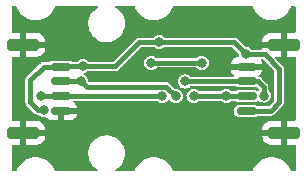
<source format=gbr>
G04 #@! TF.GenerationSoftware,KiCad,Pcbnew,(5.99.0-10394-g2e15de97e0)*
G04 #@! TF.CreationDate,2021-04-26T16:14:31+02:00*
G04 #@! TF.ProjectId,TFI2CEXT01A,54464932-4345-4585-9430-31412e6b6963,REV*
G04 #@! TF.SameCoordinates,PX78dfd90PY8290510*
G04 #@! TF.FileFunction,Copper,L1,Top*
G04 #@! TF.FilePolarity,Positive*
%FSLAX46Y46*%
G04 Gerber Fmt 4.6, Leading zero omitted, Abs format (unit mm)*
G04 Created by KiCad (PCBNEW (5.99.0-10394-g2e15de97e0)) date 2021-04-26 16:14:31*
%MOMM*%
%LPD*%
G01*
G04 APERTURE LIST*
G04 Aperture macros list*
%AMRoundRect*
0 Rectangle with rounded corners*
0 $1 Rounding radius*
0 $2 $3 $4 $5 $6 $7 $8 $9 X,Y pos of 4 corners*
0 Add a 4 corners polygon primitive as box body*
4,1,4,$2,$3,$4,$5,$6,$7,$8,$9,$2,$3,0*
0 Add four circle primitives for the rounded corners*
1,1,$1+$1,$2,$3*
1,1,$1+$1,$4,$5*
1,1,$1+$1,$6,$7*
1,1,$1+$1,$8,$9*
0 Add four rect primitives between the rounded corners*
20,1,$1+$1,$2,$3,$4,$5,0*
20,1,$1+$1,$4,$5,$6,$7,0*
20,1,$1+$1,$6,$7,$8,$9,0*
20,1,$1+$1,$8,$9,$2,$3,0*%
G04 Aperture macros list end*
G04 #@! TA.AperFunction,SMDPad,CuDef*
%ADD10RoundRect,0.150000X-0.700000X0.150000X-0.700000X-0.150000X0.700000X-0.150000X0.700000X0.150000X0*%
G04 #@! TD*
G04 #@! TA.AperFunction,SMDPad,CuDef*
%ADD11RoundRect,0.250000X-1.100000X0.250000X-1.100000X-0.250000X1.100000X-0.250000X1.100000X0.250000X0*%
G04 #@! TD*
G04 #@! TA.AperFunction,SMDPad,CuDef*
%ADD12RoundRect,0.150000X0.700000X-0.150000X0.700000X0.150000X-0.700000X0.150000X-0.700000X-0.150000X0*%
G04 #@! TD*
G04 #@! TA.AperFunction,SMDPad,CuDef*
%ADD13RoundRect,0.250000X1.100000X-0.250000X1.100000X0.250000X-1.100000X0.250000X-1.100000X-0.250000X0*%
G04 #@! TD*
G04 #@! TA.AperFunction,ViaPad*
%ADD14C,0.800000*%
G04 #@! TD*
G04 #@! TA.AperFunction,Conductor*
%ADD15C,0.300000*%
G04 #@! TD*
G04 #@! TA.AperFunction,Conductor*
%ADD16C,0.400000*%
G04 #@! TD*
G04 APERTURE END LIST*
D10*
G04 #@! TO.P,J2,1*
G04 #@! TO.N,+5V*
X-122096000Y146281000D03*
G04 #@! TO.P,J2,2*
G04 #@! TO.N,/SCLin*
X-122096000Y145031000D03*
G04 #@! TO.P,J2,3*
G04 #@! TO.N,/SDAin*
X-122096000Y143781000D03*
G04 #@! TO.P,J2,4*
G04 #@! TO.N,GND*
X-122096000Y142531000D03*
D11*
G04 #@! TO.P,J2,MP*
X-125296000Y140681000D03*
X-125296000Y148131000D03*
G04 #@! TD*
D12*
G04 #@! TO.P,J4,1*
G04 #@! TO.N,+5V*
X-106396000Y142531000D03*
G04 #@! TO.P,J4,2*
G04 #@! TO.N,/SCLout*
X-106396000Y143781000D03*
G04 #@! TO.P,J4,3*
G04 #@! TO.N,/SDAout*
X-106396000Y145031000D03*
G04 #@! TO.P,J4,4*
G04 #@! TO.N,GND*
X-106396000Y146281000D03*
D13*
G04 #@! TO.P,J4,MP*
X-103196000Y140681000D03*
X-103196000Y148131000D03*
G04 #@! TD*
D14*
G04 #@! TO.N,GND*
X-103632000Y138938000D03*
X-123698000Y138938000D03*
X-103632000Y149860000D03*
X-105791000Y139573000D03*
X-123698000Y149860000D03*
X-122301000Y138811000D03*
X-120523000Y141224000D03*
X-109728000Y147536500D03*
X-122047000Y148209000D03*
X-102743000Y143510000D03*
X-107061000Y140970000D03*
X-120523000Y148209000D03*
X-102743000Y146558000D03*
X-106426000Y149479000D03*
X-118519002Y145415000D03*
X-125730000Y138938000D03*
X-122682000Y149733000D03*
X-107061000Y138303000D03*
X-122174000Y140716000D03*
X-125730000Y149860000D03*
X-102743000Y142494000D03*
X-105791000Y140970000D03*
X-102616000Y149860000D03*
X-102616000Y138938000D03*
X-125730000Y144526000D03*
X-105283000Y149860000D03*
X-107061000Y139573000D03*
X-106426000Y150495000D03*
X-107696000Y150495000D03*
X-125489629Y146116907D03*
X-125730000Y142367000D03*
X-102743000Y145542000D03*
X-113538000Y140589000D03*
X-118237000Y142981500D03*
X-102743000Y144526000D03*
G04 #@! TO.N,+3V3*
X-110182500Y146606000D03*
X-114457125Y146600000D03*
G04 #@! TO.N,+5V*
X-120269000Y146304000D03*
X-113792000Y148336000D03*
X-106426000Y147320000D03*
X-123571000Y142621000D03*
G04 #@! TO.N,/SDAin*
X-123825000Y143764000D03*
X-113535443Y143773778D03*
G04 #@! TO.N,/SCLin*
X-120393000Y145031000D03*
X-112395000Y143764000D03*
G04 #@! TO.N,/SCLout*
X-110871000Y143764000D03*
X-108094000Y143781000D03*
G04 #@! TO.N,/SDAout*
X-111606961Y145022566D03*
X-104946500Y143825798D03*
G04 #@! TD*
D15*
G04 #@! TO.N,GND*
X-106396000Y146281000D02*
X-104625000Y146281000D01*
D16*
X-122047000Y148209000D02*
X-120523000Y148209000D01*
X-125489629Y144766371D02*
X-125730000Y144526000D01*
X-125489629Y146116907D02*
X-125489629Y144766371D01*
G04 #@! TO.N,+3V3*
X-110182500Y146606000D02*
X-114446525Y146606000D01*
X-114446525Y146606000D02*
X-114457125Y146595400D01*
G04 #@! TO.N,+5V*
X-107442000Y148336000D02*
X-106426000Y147320000D01*
X-124714000Y143256000D02*
X-124079000Y142621000D01*
X-124714000Y145139000D02*
X-124714000Y143256000D01*
X-104870000Y147320000D02*
X-103632000Y146082000D01*
X-122096000Y146281000D02*
X-123572000Y146281000D01*
X-104357000Y142531000D02*
X-106396000Y142531000D01*
X-115464000Y148336000D02*
X-117496000Y146304000D01*
X-123572000Y146281000D02*
X-124714000Y145139000D01*
X-113792000Y148336000D02*
X-107442000Y148336000D01*
X-103632000Y146082000D02*
X-103632000Y143256000D01*
X-106426000Y147320000D02*
X-104870000Y147320000D01*
X-120269000Y146304000D02*
X-122073000Y146304000D01*
X-103632000Y143256000D02*
X-104357000Y142531000D01*
X-124079000Y142621000D02*
X-123571000Y142621000D01*
X-113792000Y148336000D02*
X-115464000Y148336000D01*
X-122073000Y146304000D02*
X-122096000Y146281000D01*
X-117496000Y146304000D02*
X-120269000Y146304000D01*
G04 #@! TO.N,/SDAin*
X-113535443Y143773778D02*
X-113542665Y143781000D01*
X-122113000Y143764000D02*
X-122096000Y143781000D01*
X-123825000Y143764000D02*
X-122113000Y143764000D01*
X-113542665Y143781000D02*
X-122096000Y143781000D01*
G04 #@! TO.N,/SCLin*
X-122096000Y145031000D02*
X-120393000Y145031000D01*
X-113204289Y144573289D02*
X-112395000Y143764000D01*
X-119935289Y144573289D02*
X-113204289Y144573289D01*
X-120393000Y145031000D02*
X-119935289Y144573289D01*
G04 #@! TO.N,/SCLout*
X-110871000Y143764000D02*
X-110854000Y143781000D01*
X-106396000Y143781000D02*
X-108094000Y143781000D01*
X-110854000Y143781000D02*
X-108094000Y143781000D01*
G04 #@! TO.N,/SDAout*
X-106396000Y145031000D02*
X-111598527Y145031000D01*
X-104946500Y144546500D02*
X-105431000Y145031000D01*
X-104946500Y143825798D02*
X-104946500Y144546500D01*
X-111598527Y145031000D02*
X-111606961Y145022566D01*
X-105431000Y145031000D02*
X-106396000Y145031000D01*
G04 #@! TD*
G04 #@! TA.AperFunction,Conductor*
G04 #@! TO.N,GND*
G36*
X-125877630Y151388687D02*
G01*
X-125855123Y151355787D01*
X-125814756Y151236869D01*
X-125695492Y151007277D01*
X-125693839Y151005015D01*
X-125693837Y151005011D01*
X-125544529Y150800634D01*
X-125542872Y150798366D01*
X-125453406Y150708431D01*
X-125414056Y150668874D01*
X-125360409Y150614945D01*
X-125152300Y150461234D01*
X-124923336Y150340769D01*
X-124920680Y150339852D01*
X-124920678Y150339851D01*
X-124746146Y150279585D01*
X-124678784Y150256325D01*
X-124676023Y150255821D01*
X-124676020Y150255820D01*
X-124571773Y150236781D01*
X-124424273Y150209843D01*
X-124421911Y150209719D01*
X-124421909Y150209719D01*
X-124342366Y150205550D01*
X-124342352Y150205550D01*
X-124341405Y150205500D01*
X-124180271Y150205500D01*
X-124108100Y150210990D01*
X-123990819Y150219911D01*
X-123990813Y150219912D01*
X-123988025Y150220124D01*
X-123735986Y150278543D01*
X-123733374Y150279585D01*
X-123498292Y150373373D01*
X-123498286Y150373376D01*
X-123495684Y150374414D01*
X-123493265Y150375836D01*
X-123493261Y150375838D01*
X-123275073Y150504104D01*
X-123275069Y150504107D01*
X-123272648Y150505530D01*
X-123140304Y150613275D01*
X-123074190Y150667100D01*
X-123072011Y150668874D01*
X-122898391Y150860687D01*
X-122755781Y151076555D01*
X-122647466Y151311510D01*
X-122646691Y151314206D01*
X-122646687Y151314215D01*
X-122635684Y151352460D01*
X-122605895Y151393385D01*
X-122564569Y151406000D01*
X-119030081Y151406000D01*
X-118982515Y151388687D01*
X-118957205Y151344850D01*
X-118965995Y151295000D01*
X-118990648Y151269382D01*
X-119177781Y151151538D01*
X-119180013Y151149570D01*
X-119338589Y151009766D01*
X-119364933Y150986541D01*
X-119366822Y150984241D01*
X-119521411Y150796043D01*
X-119521414Y150796038D01*
X-119523298Y150793745D01*
X-119648800Y150578109D01*
X-119649862Y150575342D01*
X-119649865Y150575336D01*
X-119737149Y150347954D01*
X-119738213Y150345182D01*
X-119751917Y150279585D01*
X-119788627Y150103864D01*
X-119788628Y150103858D01*
X-119789234Y150100956D01*
X-119800552Y149851714D01*
X-119771876Y149603868D01*
X-119703942Y149363796D01*
X-119598499Y149137673D01*
X-119596833Y149135222D01*
X-119596831Y149135218D01*
X-119515781Y149015957D01*
X-119458260Y148931318D01*
X-119403476Y148873385D01*
X-119302975Y148767108D01*
X-119286833Y148750038D01*
X-119088627Y148598499D01*
X-118868743Y148480598D01*
X-118865926Y148479628D01*
X-118635650Y148400337D01*
X-118635643Y148400335D01*
X-118632837Y148399369D01*
X-118386979Y148356902D01*
X-118384662Y148356797D01*
X-118384655Y148356796D01*
X-118366956Y148355993D01*
X-118356105Y148355500D01*
X-118183857Y148355500D01*
X-118182383Y148355619D01*
X-118182373Y148355619D01*
X-118091382Y148362941D01*
X-117997305Y148370510D01*
X-117869216Y148401971D01*
X-117757894Y148429314D01*
X-117757892Y148429315D01*
X-117755008Y148430023D01*
X-117752270Y148431185D01*
X-117528087Y148526345D01*
X-117528085Y148526346D01*
X-117525343Y148527510D01*
X-117314219Y148660462D01*
X-117127067Y148825459D01*
X-117080226Y148882485D01*
X-116970589Y149015957D01*
X-116970586Y149015962D01*
X-116968702Y149018255D01*
X-116843200Y149233891D01*
X-116842138Y149236658D01*
X-116842135Y149236664D01*
X-116754851Y149464046D01*
X-116754851Y149464047D01*
X-116753787Y149466818D01*
X-116724540Y149606816D01*
X-116703373Y149708136D01*
X-116703372Y149708142D01*
X-116702766Y149711044D01*
X-116691448Y149960286D01*
X-116720124Y150208132D01*
X-116788058Y150448204D01*
X-116793523Y150459925D01*
X-116890131Y150667100D01*
X-116893501Y150674327D01*
X-116974657Y150793745D01*
X-116991475Y150818491D01*
X-117033740Y150880682D01*
X-117205167Y151061962D01*
X-117403373Y151213501D01*
X-117502745Y151266784D01*
X-117536484Y151304519D01*
X-117538074Y151355113D01*
X-117506771Y151394892D01*
X-117467776Y151406000D01*
X-115925196Y151406000D01*
X-115877630Y151388687D01*
X-115855123Y151355787D01*
X-115814756Y151236869D01*
X-115695492Y151007277D01*
X-115693839Y151005015D01*
X-115693837Y151005011D01*
X-115544529Y150800634D01*
X-115542872Y150798366D01*
X-115453406Y150708431D01*
X-115414056Y150668874D01*
X-115360409Y150614945D01*
X-115152300Y150461234D01*
X-114923336Y150340769D01*
X-114920680Y150339852D01*
X-114920678Y150339851D01*
X-114746146Y150279585D01*
X-114678784Y150256325D01*
X-114676023Y150255821D01*
X-114676020Y150255820D01*
X-114571773Y150236781D01*
X-114424273Y150209843D01*
X-114421911Y150209719D01*
X-114421909Y150209719D01*
X-114342366Y150205550D01*
X-114342352Y150205550D01*
X-114341405Y150205500D01*
X-114180271Y150205500D01*
X-114108100Y150210990D01*
X-113990819Y150219911D01*
X-113990813Y150219912D01*
X-113988025Y150220124D01*
X-113735986Y150278543D01*
X-113733374Y150279585D01*
X-113498292Y150373373D01*
X-113498286Y150373376D01*
X-113495684Y150374414D01*
X-113493265Y150375836D01*
X-113493261Y150375838D01*
X-113275073Y150504104D01*
X-113275069Y150504107D01*
X-113272648Y150505530D01*
X-113140304Y150613275D01*
X-113074190Y150667100D01*
X-113072011Y150668874D01*
X-112898391Y150860687D01*
X-112755781Y151076555D01*
X-112647466Y151311510D01*
X-112646691Y151314206D01*
X-112646687Y151314215D01*
X-112635684Y151352460D01*
X-112605895Y151393385D01*
X-112564569Y151406000D01*
X-105925196Y151406000D01*
X-105877630Y151388687D01*
X-105855123Y151355787D01*
X-105814756Y151236869D01*
X-105695492Y151007277D01*
X-105693839Y151005015D01*
X-105693837Y151005011D01*
X-105544529Y150800634D01*
X-105542872Y150798366D01*
X-105453406Y150708431D01*
X-105414056Y150668874D01*
X-105360409Y150614945D01*
X-105152300Y150461234D01*
X-104923336Y150340769D01*
X-104920680Y150339852D01*
X-104920678Y150339851D01*
X-104746146Y150279585D01*
X-104678784Y150256325D01*
X-104676023Y150255821D01*
X-104676020Y150255820D01*
X-104571773Y150236781D01*
X-104424273Y150209843D01*
X-104421911Y150209719D01*
X-104421909Y150209719D01*
X-104342366Y150205550D01*
X-104342352Y150205550D01*
X-104341405Y150205500D01*
X-104180271Y150205500D01*
X-104108100Y150210990D01*
X-103990819Y150219911D01*
X-103990813Y150219912D01*
X-103988025Y150220124D01*
X-103735986Y150278543D01*
X-103733374Y150279585D01*
X-103498292Y150373373D01*
X-103498286Y150373376D01*
X-103495684Y150374414D01*
X-103493265Y150375836D01*
X-103493261Y150375838D01*
X-103275073Y150504104D01*
X-103275069Y150504107D01*
X-103272648Y150505530D01*
X-103140304Y150613275D01*
X-103074190Y150667100D01*
X-103072011Y150668874D01*
X-102898391Y150860687D01*
X-102755781Y151076555D01*
X-102647466Y151311510D01*
X-102646691Y151314206D01*
X-102646687Y151314215D01*
X-102635684Y151352460D01*
X-102605895Y151393385D01*
X-102564569Y151406000D01*
X-102320000Y151406000D01*
X-102272434Y151388687D01*
X-102247124Y151344850D01*
X-102246000Y151332000D01*
X-102246000Y149213000D01*
X-102263313Y149165434D01*
X-102307150Y149140124D01*
X-102320000Y149139000D01*
X-102928952Y149139000D01*
X-102938948Y149135362D01*
X-102942000Y149130075D01*
X-102942000Y147136048D01*
X-102938362Y147126052D01*
X-102933075Y147123000D01*
X-102320000Y147123000D01*
X-102272434Y147105687D01*
X-102247124Y147061850D01*
X-102246000Y147049000D01*
X-102246000Y141763000D01*
X-102263313Y141715434D01*
X-102307150Y141690124D01*
X-102320000Y141689000D01*
X-102928952Y141689000D01*
X-102938948Y141685362D01*
X-102942000Y141680075D01*
X-102942000Y139686048D01*
X-102938362Y139676052D01*
X-102933075Y139673000D01*
X-102320000Y139673000D01*
X-102272434Y139655687D01*
X-102247124Y139611850D01*
X-102246000Y139599000D01*
X-102246000Y137480000D01*
X-102263313Y137432434D01*
X-102307150Y137407124D01*
X-102320000Y137406000D01*
X-102566804Y137406000D01*
X-102614370Y137423313D01*
X-102636877Y137456213D01*
X-102651907Y137500490D01*
X-102677244Y137575131D01*
X-102796508Y137804723D01*
X-102811656Y137825459D01*
X-102947471Y138011366D01*
X-102947472Y138011367D01*
X-102949128Y138013634D01*
X-103075193Y138140361D01*
X-103129609Y138195063D01*
X-103129612Y138195065D01*
X-103131591Y138197055D01*
X-103339700Y138350766D01*
X-103568664Y138471231D01*
X-103571320Y138472148D01*
X-103571322Y138472149D01*
X-103810557Y138554757D01*
X-103810559Y138554757D01*
X-103813216Y138555675D01*
X-103815977Y138556179D01*
X-103815980Y138556180D01*
X-103920227Y138575219D01*
X-104067727Y138602157D01*
X-104070089Y138602281D01*
X-104070091Y138602281D01*
X-104149634Y138606450D01*
X-104149648Y138606450D01*
X-104150595Y138606500D01*
X-104311729Y138606500D01*
X-104383223Y138601061D01*
X-104501181Y138592089D01*
X-104501187Y138592088D01*
X-104503975Y138591876D01*
X-104756014Y138533457D01*
X-104758625Y138532415D01*
X-104758626Y138532415D01*
X-104993708Y138438627D01*
X-104993714Y138438624D01*
X-104996316Y138437586D01*
X-104998735Y138436164D01*
X-104998739Y138436162D01*
X-105216927Y138307896D01*
X-105216931Y138307893D01*
X-105219352Y138306470D01*
X-105221531Y138304696D01*
X-105353747Y138197055D01*
X-105419989Y138143126D01*
X-105593609Y137951313D01*
X-105736219Y137735445D01*
X-105844534Y137500490D01*
X-105845309Y137497794D01*
X-105845313Y137497785D01*
X-105856316Y137459540D01*
X-105886105Y137418615D01*
X-105927431Y137406000D01*
X-112566804Y137406000D01*
X-112614370Y137423313D01*
X-112636877Y137456213D01*
X-112651907Y137500490D01*
X-112677244Y137575131D01*
X-112796508Y137804723D01*
X-112811656Y137825459D01*
X-112947471Y138011366D01*
X-112947472Y138011367D01*
X-112949128Y138013634D01*
X-113075193Y138140361D01*
X-113129609Y138195063D01*
X-113129612Y138195065D01*
X-113131591Y138197055D01*
X-113339700Y138350766D01*
X-113568664Y138471231D01*
X-113571320Y138472148D01*
X-113571322Y138472149D01*
X-113810557Y138554757D01*
X-113810559Y138554757D01*
X-113813216Y138555675D01*
X-113815977Y138556179D01*
X-113815980Y138556180D01*
X-113920227Y138575219D01*
X-114067727Y138602157D01*
X-114070089Y138602281D01*
X-114070091Y138602281D01*
X-114149634Y138606450D01*
X-114149648Y138606450D01*
X-114150595Y138606500D01*
X-114311729Y138606500D01*
X-114383223Y138601061D01*
X-114501181Y138592089D01*
X-114501187Y138592088D01*
X-114503975Y138591876D01*
X-114756014Y138533457D01*
X-114758625Y138532415D01*
X-114758626Y138532415D01*
X-114993708Y138438627D01*
X-114993714Y138438624D01*
X-114996316Y138437586D01*
X-114998735Y138436164D01*
X-114998739Y138436162D01*
X-115216927Y138307896D01*
X-115216931Y138307893D01*
X-115219352Y138306470D01*
X-115221531Y138304696D01*
X-115353747Y138197055D01*
X-115419989Y138143126D01*
X-115593609Y137951313D01*
X-115736219Y137735445D01*
X-115844534Y137500490D01*
X-115845309Y137497794D01*
X-115845313Y137497785D01*
X-115856316Y137459540D01*
X-115886105Y137418615D01*
X-115927431Y137406000D01*
X-117461919Y137406000D01*
X-117509485Y137423313D01*
X-117534795Y137467150D01*
X-117526005Y137517000D01*
X-117501352Y137542618D01*
X-117412614Y137598499D01*
X-117314219Y137660462D01*
X-117210164Y137752199D01*
X-117129299Y137823491D01*
X-117129298Y137823493D01*
X-117127067Y137825459D01*
X-117021976Y137953398D01*
X-116970589Y138015957D01*
X-116970586Y138015962D01*
X-116968702Y138018255D01*
X-116843200Y138233891D01*
X-116842138Y138236658D01*
X-116842135Y138236664D01*
X-116754851Y138464046D01*
X-116754851Y138464047D01*
X-116753787Y138466818D01*
X-116734734Y138558018D01*
X-116703373Y138708136D01*
X-116703372Y138708142D01*
X-116702766Y138711044D01*
X-116691448Y138960286D01*
X-116720124Y139208132D01*
X-116788058Y139448204D01*
X-116893501Y139674327D01*
X-116897166Y139679721D01*
X-117032067Y139878220D01*
X-117033740Y139880682D01*
X-117205167Y140061962D01*
X-117403373Y140213501D01*
X-117623257Y140331402D01*
X-117626074Y140332372D01*
X-117856350Y140411663D01*
X-117856357Y140411665D01*
X-117859163Y140412631D01*
X-117890680Y140418075D01*
X-105054000Y140418075D01*
X-105054000Y140390257D01*
X-105053752Y140385987D01*
X-105039033Y140259744D01*
X-105037067Y140251428D01*
X-104979709Y140093406D01*
X-104975880Y140085761D01*
X-104883705Y139945171D01*
X-104878223Y139938615D01*
X-104756175Y139822998D01*
X-104749341Y139817885D01*
X-104603961Y139733441D01*
X-104596133Y139730037D01*
X-104434754Y139681161D01*
X-104427329Y139679721D01*
X-104353671Y139673147D01*
X-104350369Y139673000D01*
X-103463048Y139673000D01*
X-103453052Y139676638D01*
X-103450000Y139681925D01*
X-103450000Y140413952D01*
X-103453638Y140423948D01*
X-103458925Y140427000D01*
X-105040952Y140427000D01*
X-105050948Y140423362D01*
X-105054000Y140418075D01*
X-117890680Y140418075D01*
X-118105021Y140455098D01*
X-118107338Y140455203D01*
X-118107345Y140455204D01*
X-118125044Y140456007D01*
X-118135895Y140456500D01*
X-118308143Y140456500D01*
X-118309617Y140456381D01*
X-118309627Y140456381D01*
X-118400618Y140449059D01*
X-118494695Y140441490D01*
X-118622784Y140410029D01*
X-118734106Y140382686D01*
X-118734108Y140382685D01*
X-118736992Y140381977D01*
X-118739728Y140380816D01*
X-118739730Y140380815D01*
X-118963913Y140285655D01*
X-118963915Y140285654D01*
X-118966657Y140284490D01*
X-119177781Y140151538D01*
X-119364933Y139986541D01*
X-119366822Y139984241D01*
X-119521411Y139796043D01*
X-119521414Y139796038D01*
X-119523298Y139793745D01*
X-119648800Y139578109D01*
X-119649862Y139575342D01*
X-119649865Y139575336D01*
X-119699765Y139445342D01*
X-119738213Y139345182D01*
X-119738820Y139342275D01*
X-119788627Y139103864D01*
X-119788628Y139103858D01*
X-119789234Y139100956D01*
X-119800552Y138851714D01*
X-119771876Y138603868D01*
X-119703942Y138363796D01*
X-119702687Y138361104D01*
X-119702686Y138361102D01*
X-119697866Y138350766D01*
X-119598499Y138137673D01*
X-119596833Y138135222D01*
X-119596831Y138135218D01*
X-119515781Y138015957D01*
X-119458260Y137931318D01*
X-119286833Y137750038D01*
X-119088627Y137598499D01*
X-119049699Y137577626D01*
X-118989255Y137545216D01*
X-118955516Y137507481D01*
X-118953926Y137456887D01*
X-118985229Y137417108D01*
X-119024224Y137406000D01*
X-122566804Y137406000D01*
X-122614370Y137423313D01*
X-122636877Y137456213D01*
X-122651907Y137500490D01*
X-122677244Y137575131D01*
X-122796508Y137804723D01*
X-122811656Y137825459D01*
X-122947471Y138011366D01*
X-122947472Y138011367D01*
X-122949128Y138013634D01*
X-123075193Y138140361D01*
X-123129609Y138195063D01*
X-123129612Y138195065D01*
X-123131591Y138197055D01*
X-123339700Y138350766D01*
X-123568664Y138471231D01*
X-123571320Y138472148D01*
X-123571322Y138472149D01*
X-123810557Y138554757D01*
X-123810559Y138554757D01*
X-123813216Y138555675D01*
X-123815977Y138556179D01*
X-123815980Y138556180D01*
X-123920227Y138575219D01*
X-124067727Y138602157D01*
X-124070089Y138602281D01*
X-124070091Y138602281D01*
X-124149634Y138606450D01*
X-124149648Y138606450D01*
X-124150595Y138606500D01*
X-124311729Y138606500D01*
X-124383223Y138601061D01*
X-124501181Y138592089D01*
X-124501187Y138592088D01*
X-124503975Y138591876D01*
X-124756014Y138533457D01*
X-124758625Y138532415D01*
X-124758626Y138532415D01*
X-124993708Y138438627D01*
X-124993714Y138438624D01*
X-124996316Y138437586D01*
X-124998735Y138436164D01*
X-124998739Y138436162D01*
X-125216927Y138307896D01*
X-125216931Y138307893D01*
X-125219352Y138306470D01*
X-125221531Y138304696D01*
X-125353747Y138197055D01*
X-125419989Y138143126D01*
X-125593609Y137951313D01*
X-125736219Y137735445D01*
X-125844534Y137500490D01*
X-125845309Y137497794D01*
X-125845313Y137497785D01*
X-125856316Y137459540D01*
X-125886105Y137418615D01*
X-125927431Y137406000D01*
X-126172000Y137406000D01*
X-126219566Y137423313D01*
X-126244876Y137467150D01*
X-126246000Y137480000D01*
X-126246000Y139599000D01*
X-126228687Y139646566D01*
X-126184850Y139671876D01*
X-126172000Y139673000D01*
X-125563048Y139673000D01*
X-125553052Y139676638D01*
X-125550000Y139681925D01*
X-125550000Y140418075D01*
X-125042000Y140418075D01*
X-125042000Y139686048D01*
X-125038362Y139676052D01*
X-125033075Y139673000D01*
X-124155257Y139673000D01*
X-124150987Y139673248D01*
X-124024744Y139687967D01*
X-124016428Y139689933D01*
X-123858406Y139747291D01*
X-123850761Y139751120D01*
X-123710171Y139843295D01*
X-123703615Y139848777D01*
X-123587998Y139970825D01*
X-123582885Y139977659D01*
X-123498441Y140123039D01*
X-123495037Y140130867D01*
X-123446161Y140292246D01*
X-123444721Y140299671D01*
X-123438147Y140373329D01*
X-123438000Y140376631D01*
X-123438000Y140413952D01*
X-123441638Y140423948D01*
X-123446925Y140427000D01*
X-125028952Y140427000D01*
X-125038948Y140423362D01*
X-125042000Y140418075D01*
X-125550000Y140418075D01*
X-125550000Y141675952D01*
X-125551501Y141680075D01*
X-125042000Y141680075D01*
X-125042000Y140948048D01*
X-125038362Y140938052D01*
X-125033075Y140935000D01*
X-123451048Y140935000D01*
X-123441052Y140938638D01*
X-123438000Y140943925D01*
X-123438000Y140971743D01*
X-123438248Y140976013D01*
X-123439339Y140985369D01*
X-105054000Y140985369D01*
X-105054000Y140948048D01*
X-105050362Y140938052D01*
X-105045075Y140935000D01*
X-103463048Y140935000D01*
X-103453052Y140938638D01*
X-103450000Y140943925D01*
X-103450000Y141675952D01*
X-103453638Y141685948D01*
X-103458925Y141689000D01*
X-104336743Y141689000D01*
X-104341013Y141688752D01*
X-104467256Y141674033D01*
X-104475572Y141672067D01*
X-104633594Y141614709D01*
X-104641239Y141610880D01*
X-104781829Y141518705D01*
X-104788385Y141513223D01*
X-104904002Y141391175D01*
X-104909115Y141384341D01*
X-104993559Y141238961D01*
X-104996963Y141231133D01*
X-105045839Y141069754D01*
X-105047279Y141062329D01*
X-105053853Y140988671D01*
X-105054000Y140985369D01*
X-123439339Y140985369D01*
X-123452967Y141102256D01*
X-123454933Y141110572D01*
X-123512291Y141268594D01*
X-123516120Y141276239D01*
X-123608295Y141416829D01*
X-123613777Y141423385D01*
X-123735825Y141539002D01*
X-123742659Y141544115D01*
X-123888039Y141628559D01*
X-123895867Y141631963D01*
X-124057246Y141680839D01*
X-124064671Y141682279D01*
X-124138329Y141688853D01*
X-124141631Y141689000D01*
X-125028952Y141689000D01*
X-125038948Y141685362D01*
X-125042000Y141680075D01*
X-125551501Y141680075D01*
X-125553638Y141685948D01*
X-125558925Y141689000D01*
X-126172000Y141689000D01*
X-126219566Y141706313D01*
X-126244876Y141750150D01*
X-126246000Y141763000D01*
X-126246000Y145202434D01*
X-125114507Y145202434D01*
X-125114507Y145075566D01*
X-125114502Y145075551D01*
X-125114500Y145075521D01*
X-125114500Y143319479D01*
X-125114502Y143319449D01*
X-125114507Y143319434D01*
X-125114507Y143192566D01*
X-125112708Y143187030D01*
X-125112708Y143187028D01*
X-125106445Y143167750D01*
X-125103735Y143156463D01*
X-125102749Y143150240D01*
X-125099653Y143130694D01*
X-125097009Y143125505D01*
X-125097007Y143125500D01*
X-125087809Y143107448D01*
X-125083365Y143096721D01*
X-125075303Y143071907D01*
X-125071881Y143067198D01*
X-125071879Y143067193D01*
X-125059968Y143050799D01*
X-125053901Y143040898D01*
X-125044702Y143022844D01*
X-125044698Y143022839D01*
X-125042056Y143017653D01*
X-124952347Y142927944D01*
X-124952332Y142927937D01*
X-124952308Y142927916D01*
X-124407084Y142382692D01*
X-124407063Y142382668D01*
X-124407056Y142382653D01*
X-124317347Y142292944D01*
X-124312161Y142290302D01*
X-124312156Y142290298D01*
X-124294102Y142281099D01*
X-124284201Y142275032D01*
X-124267804Y142263119D01*
X-124267800Y142263117D01*
X-124263093Y142259697D01*
X-124257561Y142257899D01*
X-124257558Y142257898D01*
X-124238279Y142251634D01*
X-124227553Y142247191D01*
X-124209495Y142237990D01*
X-124209490Y142237988D01*
X-124204306Y142235347D01*
X-124198558Y142234436D01*
X-124198556Y142234436D01*
X-124183999Y142232131D01*
X-124178539Y142231266D01*
X-124167255Y142228557D01*
X-124142434Y142220492D01*
X-124056555Y142220492D01*
X-124008989Y142203179D01*
X-124004231Y142198820D01*
X-124002106Y142196695D01*
X-123999153Y142192847D01*
X-123971865Y142171908D01*
X-123877598Y142099574D01*
X-123877594Y142099572D01*
X-123873750Y142096622D01*
X-123727715Y142036132D01*
X-123722913Y142035500D01*
X-123722910Y142035499D01*
X-123575808Y142016133D01*
X-123571000Y142015500D01*
X-123414285Y142036132D01*
X-123414239Y142035781D01*
X-123366679Y142031620D01*
X-123338086Y142008049D01*
X-123282043Y141930913D01*
X-123275718Y141924177D01*
X-123154843Y141824180D01*
X-123147039Y141819228D01*
X-123005092Y141752433D01*
X-122996304Y141749577D01*
X-122860408Y141723653D01*
X-122853499Y141723000D01*
X-122363048Y141723000D01*
X-122353052Y141726638D01*
X-122350000Y141731925D01*
X-122350000Y142268075D01*
X-121842000Y142268075D01*
X-121842000Y141736048D01*
X-121838362Y141726052D01*
X-121833075Y141723000D01*
X-121358739Y141723000D01*
X-121354123Y141723290D01*
X-121235734Y141738246D01*
X-121226790Y141740543D01*
X-121080928Y141798294D01*
X-121072829Y141802747D01*
X-120945913Y141894957D01*
X-120939177Y141901282D01*
X-120839180Y142022157D01*
X-120834228Y142029961D01*
X-120767433Y142171908D01*
X-120764577Y142180696D01*
X-120748651Y142264182D01*
X-120750352Y142274683D01*
X-120753036Y142277000D01*
X-121828952Y142277000D01*
X-121838948Y142273362D01*
X-121842000Y142268075D01*
X-122350000Y142268075D01*
X-122350000Y142711000D01*
X-122332687Y142758566D01*
X-122288850Y142783876D01*
X-122276000Y142785000D01*
X-120759186Y142785000D01*
X-120749190Y142788638D01*
X-120747063Y142792323D01*
X-120753245Y142841260D01*
X-120755544Y142850212D01*
X-120813294Y142996072D01*
X-120817747Y143004171D01*
X-120909957Y143131087D01*
X-120916282Y143137823D01*
X-121037160Y143237822D01*
X-121046927Y143244020D01*
X-121077812Y143284125D01*
X-121075692Y143334699D01*
X-121041560Y143372079D01*
X-121007276Y143380500D01*
X-114026850Y143380500D01*
X-113979284Y143363187D01*
X-113968142Y143351549D01*
X-113966550Y143349474D01*
X-113966547Y143349471D01*
X-113963596Y143345625D01*
X-113947002Y143332892D01*
X-113842041Y143252352D01*
X-113842037Y143252350D01*
X-113838193Y143249400D01*
X-113692158Y143188910D01*
X-113687356Y143188278D01*
X-113687353Y143188277D01*
X-113540251Y143168911D01*
X-113535443Y143168278D01*
X-113530635Y143168911D01*
X-113383533Y143188277D01*
X-113383530Y143188278D01*
X-113378728Y143188910D01*
X-113232693Y143249400D01*
X-113228849Y143252350D01*
X-113228845Y143252352D01*
X-113111141Y143342670D01*
X-113111140Y143342671D01*
X-113107290Y143345625D01*
X-113027680Y143449374D01*
X-112984990Y143476572D01*
X-112934804Y143469965D01*
X-112910266Y143449375D01*
X-112823153Y143335847D01*
X-112819302Y143332892D01*
X-112701598Y143242574D01*
X-112701594Y143242572D01*
X-112697750Y143239622D01*
X-112551715Y143179132D01*
X-112546913Y143178500D01*
X-112546910Y143178499D01*
X-112399808Y143159133D01*
X-112395000Y143158500D01*
X-112390192Y143159133D01*
X-112243090Y143178499D01*
X-112243087Y143178500D01*
X-112238285Y143179132D01*
X-112092250Y143239622D01*
X-112088406Y143242572D01*
X-112088402Y143242574D01*
X-111970698Y143332892D01*
X-111966847Y143335847D01*
X-111962259Y143341826D01*
X-111873574Y143457402D01*
X-111873572Y143457406D01*
X-111870622Y143461250D01*
X-111810132Y143607285D01*
X-111802585Y143664605D01*
X-111790133Y143759192D01*
X-111789500Y143764000D01*
X-111810132Y143920715D01*
X-111870622Y144066750D01*
X-111873572Y144070594D01*
X-111873574Y144070598D01*
X-111963892Y144188302D01*
X-111966847Y144192153D01*
X-111982379Y144204071D01*
X-112088402Y144285426D01*
X-112088406Y144285428D01*
X-112092250Y144288378D01*
X-112238285Y144348868D01*
X-112243087Y144349500D01*
X-112243090Y144349501D01*
X-112390192Y144368867D01*
X-112395000Y144369500D01*
X-112399808Y144368867D01*
X-112402823Y144368867D01*
X-112450389Y144386180D01*
X-112455149Y144390541D01*
X-112876205Y144811597D01*
X-112876226Y144811621D01*
X-112876233Y144811636D01*
X-112965942Y144901345D01*
X-112971128Y144903987D01*
X-112971133Y144903991D01*
X-112989187Y144913190D01*
X-112999088Y144919257D01*
X-113015482Y144931168D01*
X-113015487Y144931170D01*
X-113020196Y144934592D01*
X-113025733Y144936391D01*
X-113025735Y144936392D01*
X-113045009Y144942654D01*
X-113055737Y144947098D01*
X-113073789Y144956296D01*
X-113073792Y144956297D01*
X-113078983Y144958942D01*
X-113098529Y144962038D01*
X-113104752Y144963024D01*
X-113116039Y144965734D01*
X-113135317Y144971997D01*
X-113135319Y144971997D01*
X-113140855Y144973796D01*
X-113267723Y144973796D01*
X-113267738Y144973791D01*
X-113267768Y144973789D01*
X-119715072Y144973789D01*
X-119762638Y144991102D01*
X-119779900Y145022566D01*
X-112212461Y145022566D01*
X-112211828Y145017758D01*
X-112192976Y144874567D01*
X-112191829Y144865851D01*
X-112131339Y144719816D01*
X-112128389Y144715972D01*
X-112128387Y144715968D01*
X-112042926Y144604594D01*
X-112035114Y144594413D01*
X-112031264Y144591459D01*
X-112031263Y144591458D01*
X-111913559Y144501140D01*
X-111913555Y144501138D01*
X-111909711Y144498188D01*
X-111763676Y144437698D01*
X-111758874Y144437066D01*
X-111758871Y144437065D01*
X-111611769Y144417699D01*
X-111606961Y144417066D01*
X-111602153Y144417699D01*
X-111455051Y144437065D01*
X-111455048Y144437066D01*
X-111450246Y144437698D01*
X-111304211Y144498188D01*
X-111300367Y144501138D01*
X-111300363Y144501140D01*
X-111192548Y144583870D01*
X-111178808Y144594413D01*
X-111175857Y144598259D01*
X-111175854Y144598262D01*
X-111173332Y144601549D01*
X-111130640Y144628746D01*
X-111114624Y144630500D01*
X-107370584Y144630500D01*
X-107320353Y144610839D01*
X-107313597Y144604594D01*
X-107299386Y144591458D01*
X-107291178Y144583870D01*
X-107231158Y144557336D01*
X-107189334Y144538846D01*
X-107189332Y144538846D01*
X-107184409Y144536669D01*
X-107135578Y144530500D01*
X-105665961Y144530500D01*
X-105624764Y144537357D01*
X-105586882Y144543662D01*
X-105586879Y144543663D01*
X-105580847Y144544667D01*
X-105575461Y144547573D01*
X-105573315Y144548308D01*
X-105522705Y144547337D01*
X-105497017Y144530624D01*
X-105368674Y144402281D01*
X-105347282Y144356405D01*
X-105347000Y144349955D01*
X-105347000Y144311360D01*
X-105364313Y144263794D01*
X-105368674Y144259034D01*
X-105370802Y144256906D01*
X-105374653Y144253951D01*
X-105377608Y144250100D01*
X-105389223Y144234963D01*
X-105431914Y144207765D01*
X-105482100Y144214372D01*
X-105491143Y144220733D01*
X-105491218Y144220619D01*
X-105496328Y144223975D01*
X-105500822Y144228130D01*
X-105589499Y144267333D01*
X-105602666Y144273154D01*
X-105602668Y144273154D01*
X-105607591Y144275331D01*
X-105656422Y144281500D01*
X-107126039Y144281500D01*
X-107175083Y144273337D01*
X-107205123Y144268337D01*
X-107205125Y144268336D01*
X-107211153Y144267333D01*
X-107313888Y144211900D01*
X-107318041Y144207407D01*
X-107318042Y144207406D01*
X-107320020Y144205267D01*
X-107322342Y144204071D01*
X-107322872Y144203660D01*
X-107322949Y144203759D01*
X-107365022Y144182091D01*
X-107374358Y144181500D01*
X-107608438Y144181500D01*
X-107656004Y144198813D01*
X-107660764Y144203174D01*
X-107662892Y144205302D01*
X-107665847Y144209153D01*
X-107670932Y144213055D01*
X-107787402Y144302426D01*
X-107787406Y144302428D01*
X-107791250Y144305378D01*
X-107937285Y144365868D01*
X-107942087Y144366500D01*
X-107942090Y144366501D01*
X-108089192Y144385867D01*
X-108094000Y144386500D01*
X-108098808Y144385867D01*
X-108245910Y144366501D01*
X-108245913Y144366500D01*
X-108250715Y144365868D01*
X-108396750Y144305378D01*
X-108400594Y144302428D01*
X-108400598Y144302426D01*
X-108517068Y144213055D01*
X-108522153Y144209153D01*
X-108525108Y144205302D01*
X-108527236Y144203174D01*
X-108573112Y144181782D01*
X-108579562Y144181500D01*
X-110403845Y144181500D01*
X-110448893Y144196792D01*
X-110451526Y144198813D01*
X-110568250Y144288378D01*
X-110714285Y144348868D01*
X-110719087Y144349500D01*
X-110719090Y144349501D01*
X-110866192Y144368867D01*
X-110871000Y144369500D01*
X-110875808Y144368867D01*
X-111022910Y144349501D01*
X-111022913Y144349500D01*
X-111027715Y144348868D01*
X-111173750Y144288378D01*
X-111177594Y144285428D01*
X-111177598Y144285426D01*
X-111283621Y144204071D01*
X-111299153Y144192153D01*
X-111302108Y144188302D01*
X-111392426Y144070598D01*
X-111392428Y144070594D01*
X-111395378Y144066750D01*
X-111455868Y143920715D01*
X-111476500Y143764000D01*
X-111475867Y143759192D01*
X-111463414Y143664605D01*
X-111455868Y143607285D01*
X-111395378Y143461250D01*
X-111392428Y143457406D01*
X-111392426Y143457402D01*
X-111303741Y143341826D01*
X-111299153Y143335847D01*
X-111295302Y143332892D01*
X-111177598Y143242574D01*
X-111177594Y143242572D01*
X-111173750Y143239622D01*
X-111027715Y143179132D01*
X-111022913Y143178500D01*
X-111022910Y143178499D01*
X-110875808Y143159133D01*
X-110871000Y143158500D01*
X-110866192Y143159133D01*
X-110719090Y143178499D01*
X-110719087Y143178500D01*
X-110714285Y143179132D01*
X-110568250Y143239622D01*
X-110564406Y143242572D01*
X-110564402Y143242574D01*
X-110446698Y143332892D01*
X-110442847Y143335847D01*
X-110430798Y143351550D01*
X-110388107Y143378746D01*
X-110372091Y143380500D01*
X-108579562Y143380500D01*
X-108531996Y143363187D01*
X-108527236Y143358826D01*
X-108525108Y143356698D01*
X-108522153Y143352847D01*
X-108518302Y143349892D01*
X-108400598Y143259574D01*
X-108400594Y143259572D01*
X-108396750Y143256622D01*
X-108250715Y143196132D01*
X-108245913Y143195500D01*
X-108245910Y143195499D01*
X-108098808Y143176133D01*
X-108094000Y143175500D01*
X-108089192Y143176133D01*
X-107942090Y143195499D01*
X-107942087Y143195500D01*
X-107937285Y143196132D01*
X-107791250Y143256622D01*
X-107787406Y143259572D01*
X-107787402Y143259574D01*
X-107669698Y143349892D01*
X-107665847Y143352847D01*
X-107662892Y143356698D01*
X-107660764Y143358826D01*
X-107614888Y143380218D01*
X-107608438Y143380500D01*
X-107370584Y143380500D01*
X-107320353Y143360839D01*
X-107311707Y143352847D01*
X-107297479Y143339695D01*
X-107291178Y143333870D01*
X-107258406Y143319382D01*
X-107189334Y143288846D01*
X-107189332Y143288846D01*
X-107184409Y143286669D01*
X-107135578Y143280500D01*
X-105665961Y143280500D01*
X-105615819Y143288846D01*
X-105586877Y143293663D01*
X-105586875Y143293664D01*
X-105580847Y143294667D01*
X-105478112Y143350100D01*
X-105455294Y143374784D01*
X-105410293Y143397960D01*
X-105360922Y143386789D01*
X-105355907Y143383260D01*
X-105253098Y143304372D01*
X-105253094Y143304370D01*
X-105249250Y143301420D01*
X-105103215Y143240930D01*
X-105098413Y143240298D01*
X-105098410Y143240297D01*
X-104951308Y143220931D01*
X-104946500Y143220298D01*
X-104941692Y143220931D01*
X-104794590Y143240297D01*
X-104794587Y143240298D01*
X-104789785Y143240930D01*
X-104643750Y143301420D01*
X-104639906Y143304370D01*
X-104639902Y143304372D01*
X-104522198Y143394690D01*
X-104518347Y143397645D01*
X-104499742Y143421892D01*
X-104425074Y143519200D01*
X-104425072Y143519204D01*
X-104422122Y143523048D01*
X-104361632Y143669083D01*
X-104341000Y143825798D01*
X-104342204Y143834943D01*
X-104360999Y143977708D01*
X-104361000Y143977711D01*
X-104361632Y143982513D01*
X-104422122Y144128548D01*
X-104425072Y144132392D01*
X-104425074Y144132396D01*
X-104515392Y144250100D01*
X-104518347Y144253951D01*
X-104522198Y144256906D01*
X-104524326Y144259034D01*
X-104545718Y144304910D01*
X-104546000Y144311360D01*
X-104546000Y144483021D01*
X-104545998Y144483051D01*
X-104545993Y144483066D01*
X-104545993Y144609934D01*
X-104554056Y144634749D01*
X-104556765Y144646033D01*
X-104559936Y144666052D01*
X-104560847Y144671806D01*
X-104563491Y144676996D01*
X-104563493Y144677001D01*
X-104572693Y144695056D01*
X-104577137Y144705784D01*
X-104583399Y144725056D01*
X-104585198Y144730593D01*
X-104600530Y144751696D01*
X-104606596Y144761596D01*
X-104615798Y144779656D01*
X-104615802Y144779661D01*
X-104618444Y144784847D01*
X-104708153Y144874556D01*
X-104708167Y144874563D01*
X-104708191Y144874584D01*
X-105102916Y145269308D01*
X-105102937Y145269332D01*
X-105102944Y145269347D01*
X-105192653Y145359056D01*
X-105197839Y145361698D01*
X-105197844Y145361702D01*
X-105215898Y145370901D01*
X-105225799Y145376968D01*
X-105242193Y145388879D01*
X-105242198Y145388881D01*
X-105246907Y145392303D01*
X-105252444Y145394102D01*
X-105252446Y145394103D01*
X-105271720Y145400365D01*
X-105282448Y145404809D01*
X-105300500Y145414007D01*
X-105300503Y145414008D01*
X-105305694Y145416653D01*
X-105325240Y145419749D01*
X-105331463Y145420735D01*
X-105342745Y145423444D01*
X-105348376Y145425273D01*
X-105388268Y145456433D01*
X-105398797Y145505944D01*
X-105375037Y145550641D01*
X-105369012Y145555520D01*
X-105245913Y145644957D01*
X-105239177Y145651282D01*
X-105139180Y145772157D01*
X-105134228Y145779961D01*
X-105067433Y145921908D01*
X-105064577Y145930696D01*
X-105048651Y146014182D01*
X-105050352Y146024683D01*
X-105053036Y146027000D01*
X-107732814Y146027000D01*
X-107742810Y146023362D01*
X-107744937Y146019677D01*
X-107738755Y145970740D01*
X-107736456Y145961788D01*
X-107678706Y145815928D01*
X-107674253Y145807829D01*
X-107582043Y145680913D01*
X-107575718Y145674177D01*
X-107454840Y145574178D01*
X-107445073Y145567980D01*
X-107414188Y145527875D01*
X-107416308Y145477301D01*
X-107450440Y145439921D01*
X-107484724Y145431500D01*
X-111129833Y145431500D01*
X-111177325Y145448786D01*
X-111178808Y145450719D01*
X-111197165Y145464805D01*
X-111300363Y145543992D01*
X-111300367Y145543994D01*
X-111304211Y145546944D01*
X-111450246Y145607434D01*
X-111455048Y145608066D01*
X-111455051Y145608067D01*
X-111602153Y145627433D01*
X-111606961Y145628066D01*
X-111611769Y145627433D01*
X-111758871Y145608067D01*
X-111758874Y145608066D01*
X-111763676Y145607434D01*
X-111909711Y145546944D01*
X-111913555Y145543994D01*
X-111913559Y145543992D01*
X-112016757Y145464805D01*
X-112035114Y145450719D01*
X-112038069Y145446868D01*
X-112128387Y145329164D01*
X-112128389Y145329160D01*
X-112131339Y145325316D01*
X-112191829Y145179281D01*
X-112192461Y145174479D01*
X-112192462Y145174476D01*
X-112205486Y145075544D01*
X-112212461Y145022566D01*
X-119779900Y145022566D01*
X-119788439Y145038130D01*
X-119807499Y145182910D01*
X-119807500Y145182913D01*
X-119808132Y145187715D01*
X-119868622Y145333750D01*
X-119871572Y145337594D01*
X-119871574Y145337598D01*
X-119961892Y145455302D01*
X-119964847Y145459153D01*
X-119989578Y145478130D01*
X-120086402Y145552426D01*
X-120086406Y145552428D01*
X-120090250Y145555378D01*
X-120112641Y145564653D01*
X-120140404Y145576153D01*
X-120177724Y145610351D01*
X-120184331Y145660537D01*
X-120157133Y145703229D01*
X-120121742Y145717887D01*
X-120117091Y145718499D01*
X-120117089Y145718500D01*
X-120112285Y145719132D01*
X-119966250Y145779622D01*
X-119962406Y145782572D01*
X-119962402Y145782574D01*
X-119844698Y145872892D01*
X-119840847Y145875847D01*
X-119837892Y145879698D01*
X-119835764Y145881826D01*
X-119789888Y145903218D01*
X-119783438Y145903500D01*
X-117559479Y145903500D01*
X-117559449Y145903498D01*
X-117559434Y145903493D01*
X-117432566Y145903493D01*
X-117427030Y145905292D01*
X-117427028Y145905292D01*
X-117407750Y145911555D01*
X-117396463Y145914265D01*
X-117390240Y145915251D01*
X-117370694Y145918347D01*
X-117365503Y145920992D01*
X-117365500Y145920993D01*
X-117347448Y145930191D01*
X-117336720Y145934635D01*
X-117317446Y145940897D01*
X-117317444Y145940898D01*
X-117311907Y145942697D01*
X-117307198Y145946119D01*
X-117307193Y145946121D01*
X-117290799Y145958032D01*
X-117280898Y145964099D01*
X-117262844Y145973298D01*
X-117262839Y145973302D01*
X-117257653Y145975944D01*
X-117167944Y146065653D01*
X-117167937Y146065668D01*
X-117167916Y146065692D01*
X-116633608Y146600000D01*
X-115062625Y146600000D01*
X-115041993Y146443285D01*
X-114981503Y146297250D01*
X-114978553Y146293406D01*
X-114978551Y146293402D01*
X-114897816Y146188187D01*
X-114885278Y146171847D01*
X-114881428Y146168893D01*
X-114881427Y146168892D01*
X-114763723Y146078574D01*
X-114763719Y146078572D01*
X-114759875Y146075622D01*
X-114613840Y146015132D01*
X-114609038Y146014500D01*
X-114609035Y146014499D01*
X-114461933Y145995133D01*
X-114457125Y145994500D01*
X-114452317Y145995133D01*
X-114305215Y146014499D01*
X-114305212Y146014500D01*
X-114300410Y146015132D01*
X-114154375Y146075622D01*
X-114150531Y146078572D01*
X-114150527Y146078574D01*
X-114032822Y146168893D01*
X-114028972Y146171847D01*
X-114025364Y146176549D01*
X-114024816Y146176898D01*
X-114022588Y146179126D01*
X-114022094Y146178632D01*
X-113982672Y146203746D01*
X-113966656Y146205500D01*
X-110668062Y146205500D01*
X-110620496Y146188187D01*
X-110615736Y146183826D01*
X-110613608Y146181698D01*
X-110610653Y146177847D01*
X-110606802Y146174892D01*
X-110489098Y146084574D01*
X-110489094Y146084572D01*
X-110485250Y146081622D01*
X-110339215Y146021132D01*
X-110334413Y146020500D01*
X-110334410Y146020499D01*
X-110187308Y146001133D01*
X-110182500Y146000500D01*
X-110177692Y146001133D01*
X-110030590Y146020499D01*
X-110030587Y146020500D01*
X-110025785Y146021132D01*
X-109879750Y146081622D01*
X-109875906Y146084572D01*
X-109875902Y146084574D01*
X-109758198Y146174892D01*
X-109754347Y146177847D01*
X-109746413Y146188187D01*
X-109661074Y146299402D01*
X-109661072Y146299406D01*
X-109658122Y146303250D01*
X-109597632Y146449285D01*
X-109588403Y146519381D01*
X-109577633Y146601192D01*
X-109577000Y146606000D01*
X-109579310Y146623544D01*
X-109596999Y146757910D01*
X-109597000Y146757913D01*
X-109597632Y146762715D01*
X-109658122Y146908750D01*
X-109661072Y146912594D01*
X-109661074Y146912598D01*
X-109751392Y147030302D01*
X-109754347Y147034153D01*
X-109790442Y147061850D01*
X-109875902Y147127426D01*
X-109875906Y147127428D01*
X-109879750Y147130378D01*
X-110025785Y147190868D01*
X-110030587Y147191500D01*
X-110030590Y147191501D01*
X-110177692Y147210867D01*
X-110182500Y147211500D01*
X-110187308Y147210867D01*
X-110334410Y147191501D01*
X-110334413Y147191500D01*
X-110339215Y147190868D01*
X-110485250Y147130378D01*
X-110489094Y147127428D01*
X-110489098Y147127426D01*
X-110574558Y147061850D01*
X-110610653Y147034153D01*
X-110613608Y147030302D01*
X-110615736Y147028174D01*
X-110661612Y147006782D01*
X-110668062Y147006500D01*
X-113977563Y147006500D01*
X-114025129Y147023813D01*
X-114026856Y147025395D01*
X-114028972Y147028153D01*
X-114040642Y147037108D01*
X-114150527Y147121426D01*
X-114150531Y147121428D01*
X-114154375Y147124378D01*
X-114300410Y147184868D01*
X-114305212Y147185500D01*
X-114305215Y147185501D01*
X-114452317Y147204867D01*
X-114457125Y147205500D01*
X-114461933Y147204867D01*
X-114609035Y147185501D01*
X-114609038Y147185500D01*
X-114613840Y147184868D01*
X-114759875Y147124378D01*
X-114763719Y147121428D01*
X-114763723Y147121426D01*
X-114873608Y147037108D01*
X-114885278Y147028153D01*
X-114888233Y147024302D01*
X-114978551Y146906598D01*
X-114978553Y146906594D01*
X-114981503Y146902750D01*
X-115041993Y146756715D01*
X-115042625Y146751913D01*
X-115042626Y146751910D01*
X-115058504Y146631304D01*
X-115062625Y146600000D01*
X-116633608Y146600000D01*
X-115319782Y147913826D01*
X-115273906Y147935218D01*
X-115267456Y147935500D01*
X-114277562Y147935500D01*
X-114229996Y147918187D01*
X-114225236Y147913826D01*
X-114223108Y147911698D01*
X-114220153Y147907847D01*
X-114216302Y147904892D01*
X-114098598Y147814574D01*
X-114098594Y147814572D01*
X-114094750Y147811622D01*
X-113948715Y147751132D01*
X-113943913Y147750500D01*
X-113943910Y147750499D01*
X-113796808Y147731133D01*
X-113792000Y147730500D01*
X-113787192Y147731133D01*
X-113640090Y147750499D01*
X-113640087Y147750500D01*
X-113635285Y147751132D01*
X-113489250Y147811622D01*
X-113485406Y147814572D01*
X-113485402Y147814574D01*
X-113367698Y147904892D01*
X-113363847Y147907847D01*
X-113360892Y147911698D01*
X-113358764Y147913826D01*
X-113312888Y147935218D01*
X-113306438Y147935500D01*
X-107638544Y147935500D01*
X-107590978Y147918187D01*
X-107586218Y147913826D01*
X-107052541Y147380149D01*
X-107031149Y147334273D01*
X-107030867Y147327823D01*
X-107030867Y147324808D01*
X-107031500Y147320000D01*
X-107030867Y147315192D01*
X-107012102Y147172659D01*
X-107023058Y147123240D01*
X-107063217Y147092425D01*
X-107085469Y147089000D01*
X-107133261Y147089000D01*
X-107137877Y147088710D01*
X-107256266Y147073754D01*
X-107265210Y147071457D01*
X-107411072Y147013706D01*
X-107419171Y147009253D01*
X-107546087Y146917043D01*
X-107552823Y146910718D01*
X-107652820Y146789843D01*
X-107657772Y146782039D01*
X-107724567Y146640092D01*
X-107727423Y146631304D01*
X-107743349Y146547818D01*
X-107741648Y146537317D01*
X-107738964Y146535000D01*
X-105059186Y146535000D01*
X-105049190Y146538638D01*
X-105047063Y146542323D01*
X-105053245Y146591260D01*
X-105055544Y146600212D01*
X-105113294Y146746072D01*
X-105117747Y146754171D01*
X-105152499Y146802004D01*
X-105166452Y146850662D01*
X-105145863Y146896905D01*
X-105100367Y146919095D01*
X-105092632Y146919500D01*
X-105066544Y146919500D01*
X-105018978Y146902187D01*
X-105014218Y146897826D01*
X-104054174Y145937781D01*
X-104032782Y145891904D01*
X-104032500Y145885455D01*
X-104032500Y143452544D01*
X-104049813Y143404978D01*
X-104054174Y143400218D01*
X-104501218Y142953174D01*
X-104547094Y142931782D01*
X-104553544Y142931500D01*
X-105421416Y142931500D01*
X-105471648Y142951161D01*
X-105473825Y142953174D01*
X-105500822Y142978130D01*
X-105590223Y143017653D01*
X-105602666Y143023154D01*
X-105602668Y143023154D01*
X-105607591Y143025331D01*
X-105656422Y143031500D01*
X-107126039Y143031500D01*
X-107175083Y143023337D01*
X-107205123Y143018337D01*
X-107205125Y143018336D01*
X-107211153Y143017333D01*
X-107313888Y142961900D01*
X-107393130Y142876178D01*
X-107395604Y142870581D01*
X-107433935Y142783876D01*
X-107440331Y142769409D01*
X-107446500Y142720578D01*
X-107446500Y142350961D01*
X-107445998Y142347948D01*
X-107434189Y142277000D01*
X-107432333Y142265847D01*
X-107376900Y142163112D01*
X-107340982Y142129909D01*
X-107317204Y142107929D01*
X-107291178Y142083870D01*
X-107231158Y142057336D01*
X-107189334Y142038846D01*
X-107189332Y142038846D01*
X-107184409Y142036669D01*
X-107135578Y142030500D01*
X-105665961Y142030500D01*
X-105615819Y142038846D01*
X-105586877Y142043663D01*
X-105586875Y142043664D01*
X-105580847Y142044667D01*
X-105478112Y142100100D01*
X-105471981Y142106733D01*
X-105469658Y142107929D01*
X-105469128Y142108340D01*
X-105469051Y142108241D01*
X-105426978Y142129909D01*
X-105417642Y142130500D01*
X-104420479Y142130500D01*
X-104420449Y142130498D01*
X-104420434Y142130493D01*
X-104293566Y142130493D01*
X-104288030Y142132292D01*
X-104288028Y142132292D01*
X-104268750Y142138555D01*
X-104257463Y142141265D01*
X-104251240Y142142251D01*
X-104231694Y142145347D01*
X-104226503Y142147992D01*
X-104226500Y142147993D01*
X-104208448Y142157191D01*
X-104197720Y142161635D01*
X-104178446Y142167897D01*
X-104178444Y142167898D01*
X-104172907Y142169697D01*
X-104168198Y142173119D01*
X-104168193Y142173121D01*
X-104151799Y142185032D01*
X-104141898Y142191099D01*
X-104123844Y142200298D01*
X-104123839Y142200302D01*
X-104118653Y142202944D01*
X-104028944Y142292653D01*
X-104028937Y142292668D01*
X-104028916Y142292692D01*
X-103393692Y142927916D01*
X-103393668Y142927937D01*
X-103393653Y142927944D01*
X-103303944Y143017653D01*
X-103301302Y143022839D01*
X-103301298Y143022844D01*
X-103292099Y143040898D01*
X-103286032Y143050799D01*
X-103274119Y143067196D01*
X-103274117Y143067200D01*
X-103270697Y143071907D01*
X-103262634Y143096721D01*
X-103258191Y143107447D01*
X-103248990Y143125505D01*
X-103248988Y143125510D01*
X-103246347Y143130694D01*
X-103242265Y143156463D01*
X-103239557Y143167745D01*
X-103231492Y143192566D01*
X-103231492Y143319434D01*
X-103231497Y143319451D01*
X-103231500Y143319485D01*
X-103231500Y146018521D01*
X-103231498Y146018551D01*
X-103231493Y146018566D01*
X-103231493Y146145434D01*
X-103239556Y146170249D01*
X-103242265Y146181533D01*
X-103245436Y146201552D01*
X-103246347Y146207306D01*
X-103248991Y146212496D01*
X-103248993Y146212501D01*
X-103258193Y146230556D01*
X-103262637Y146241284D01*
X-103268899Y146260556D01*
X-103270698Y146266093D01*
X-103286030Y146287196D01*
X-103292096Y146297096D01*
X-103301298Y146315156D01*
X-103301302Y146315161D01*
X-103303944Y146320347D01*
X-103393653Y146410056D01*
X-103393666Y146410063D01*
X-103393689Y146410082D01*
X-103980282Y146996675D01*
X-104001674Y147042550D01*
X-103988573Y147091445D01*
X-103947109Y147120478D01*
X-103927956Y147123000D01*
X-103463048Y147123000D01*
X-103453052Y147126638D01*
X-103450000Y147131925D01*
X-103450000Y147863952D01*
X-103453638Y147873948D01*
X-103458925Y147877000D01*
X-105040952Y147877000D01*
X-105050948Y147873362D01*
X-105054000Y147868075D01*
X-105054000Y147840257D01*
X-105053752Y147835987D01*
X-105049914Y147803070D01*
X-105061602Y147753819D01*
X-105102213Y147723603D01*
X-105123416Y147720500D01*
X-105940438Y147720500D01*
X-105988004Y147737813D01*
X-105992764Y147742174D01*
X-105994892Y147744302D01*
X-105997847Y147748153D01*
X-106069416Y147803070D01*
X-106119402Y147841426D01*
X-106119406Y147841428D01*
X-106123250Y147844378D01*
X-106269285Y147904868D01*
X-106274087Y147905500D01*
X-106274090Y147905501D01*
X-106421192Y147924867D01*
X-106426000Y147925500D01*
X-106430808Y147924867D01*
X-106433823Y147924867D01*
X-106481389Y147942180D01*
X-106486149Y147946541D01*
X-106974977Y148435369D01*
X-105054000Y148435369D01*
X-105054000Y148398048D01*
X-105050362Y148388052D01*
X-105045075Y148385000D01*
X-103463048Y148385000D01*
X-103453052Y148388638D01*
X-103450000Y148393925D01*
X-103450000Y149125952D01*
X-103453638Y149135948D01*
X-103458925Y149139000D01*
X-104336743Y149139000D01*
X-104341013Y149138752D01*
X-104467256Y149124033D01*
X-104475572Y149122067D01*
X-104633594Y149064709D01*
X-104641239Y149060880D01*
X-104781829Y148968705D01*
X-104788385Y148963223D01*
X-104904002Y148841175D01*
X-104909115Y148834341D01*
X-104993559Y148688961D01*
X-104996963Y148681133D01*
X-105045839Y148519754D01*
X-105047279Y148512329D01*
X-105053853Y148438671D01*
X-105054000Y148435369D01*
X-106974977Y148435369D01*
X-107113916Y148574308D01*
X-107113937Y148574332D01*
X-107113944Y148574347D01*
X-107203653Y148664056D01*
X-107208839Y148666698D01*
X-107208844Y148666702D01*
X-107226898Y148675901D01*
X-107236799Y148681968D01*
X-107253193Y148693879D01*
X-107253198Y148693881D01*
X-107257907Y148697303D01*
X-107263444Y148699102D01*
X-107263446Y148699103D01*
X-107282720Y148705365D01*
X-107293448Y148709809D01*
X-107311500Y148719007D01*
X-107311503Y148719008D01*
X-107316694Y148721653D01*
X-107336240Y148724749D01*
X-107342463Y148725735D01*
X-107353750Y148728445D01*
X-107373028Y148734708D01*
X-107373030Y148734708D01*
X-107378566Y148736507D01*
X-107505434Y148736507D01*
X-107505449Y148736502D01*
X-107505479Y148736500D01*
X-113306438Y148736500D01*
X-113354004Y148753813D01*
X-113358764Y148758174D01*
X-113360892Y148760302D01*
X-113363847Y148764153D01*
X-113367698Y148767108D01*
X-113485402Y148857426D01*
X-113485406Y148857428D01*
X-113489250Y148860378D01*
X-113635285Y148920868D01*
X-113640087Y148921500D01*
X-113640090Y148921501D01*
X-113787192Y148940867D01*
X-113792000Y148941500D01*
X-113796808Y148940867D01*
X-113943910Y148921501D01*
X-113943913Y148921500D01*
X-113948715Y148920868D01*
X-114094750Y148860378D01*
X-114098594Y148857428D01*
X-114098598Y148857426D01*
X-114216302Y148767108D01*
X-114220153Y148764153D01*
X-114223108Y148760302D01*
X-114225236Y148758174D01*
X-114271112Y148736782D01*
X-114277562Y148736500D01*
X-115400521Y148736500D01*
X-115400551Y148736502D01*
X-115400566Y148736507D01*
X-115527434Y148736507D01*
X-115532970Y148734708D01*
X-115532972Y148734708D01*
X-115552250Y148728445D01*
X-115563537Y148725735D01*
X-115569760Y148724749D01*
X-115589306Y148721653D01*
X-115594497Y148719008D01*
X-115594500Y148719007D01*
X-115612552Y148709809D01*
X-115623280Y148705365D01*
X-115642554Y148699103D01*
X-115642556Y148699102D01*
X-115648093Y148697303D01*
X-115652802Y148693881D01*
X-115652807Y148693879D01*
X-115669201Y148681968D01*
X-115679102Y148675901D01*
X-115697156Y148666702D01*
X-115697161Y148666698D01*
X-115702347Y148664056D01*
X-115792056Y148574347D01*
X-115792063Y148574332D01*
X-115792084Y148574308D01*
X-117640218Y146726174D01*
X-117686094Y146704782D01*
X-117692544Y146704500D01*
X-119783438Y146704500D01*
X-119831004Y146721813D01*
X-119835764Y146726174D01*
X-119837892Y146728302D01*
X-119840847Y146732153D01*
X-119844729Y146735132D01*
X-119962402Y146825426D01*
X-119962406Y146825428D01*
X-119966250Y146828378D01*
X-120112285Y146888868D01*
X-120117087Y146889500D01*
X-120117090Y146889501D01*
X-120264192Y146908867D01*
X-120269000Y146909500D01*
X-120273808Y146908867D01*
X-120420910Y146889501D01*
X-120420913Y146889500D01*
X-120425715Y146888868D01*
X-120571750Y146828378D01*
X-120575594Y146825428D01*
X-120575598Y146825426D01*
X-120693271Y146735132D01*
X-120697153Y146732153D01*
X-120700108Y146728302D01*
X-120702236Y146726174D01*
X-120748112Y146704782D01*
X-120754562Y146704500D01*
X-121146296Y146704500D01*
X-121190454Y146721782D01*
X-121191218Y146720619D01*
X-121196328Y146723975D01*
X-121200822Y146728130D01*
X-121265481Y146756715D01*
X-121302666Y146773154D01*
X-121302668Y146773154D01*
X-121307591Y146775331D01*
X-121356422Y146781500D01*
X-122826039Y146781500D01*
X-122875083Y146773337D01*
X-122905123Y146768337D01*
X-122905125Y146768336D01*
X-122911153Y146767333D01*
X-123013888Y146711900D01*
X-123018042Y146707406D01*
X-123020020Y146705267D01*
X-123022342Y146704071D01*
X-123022872Y146703660D01*
X-123022949Y146703759D01*
X-123065022Y146682091D01*
X-123074358Y146681500D01*
X-123508521Y146681500D01*
X-123508551Y146681502D01*
X-123508566Y146681507D01*
X-123635434Y146681507D01*
X-123640970Y146679708D01*
X-123640972Y146679708D01*
X-123660250Y146673445D01*
X-123671537Y146670735D01*
X-123677760Y146669749D01*
X-123697306Y146666653D01*
X-123702497Y146664008D01*
X-123702500Y146664007D01*
X-123720552Y146654809D01*
X-123731280Y146650365D01*
X-123750554Y146644103D01*
X-123750556Y146644102D01*
X-123756093Y146642303D01*
X-123760802Y146638881D01*
X-123760807Y146638879D01*
X-123777201Y146626968D01*
X-123787102Y146620901D01*
X-123805156Y146611702D01*
X-123805161Y146611698D01*
X-123810347Y146609056D01*
X-123900056Y146519347D01*
X-123900063Y146519332D01*
X-123900084Y146519308D01*
X-124952308Y145467084D01*
X-124952332Y145467063D01*
X-124952347Y145467056D01*
X-125042056Y145377347D01*
X-125044698Y145372161D01*
X-125044702Y145372156D01*
X-125053901Y145354102D01*
X-125059968Y145344201D01*
X-125071879Y145327807D01*
X-125071881Y145327802D01*
X-125075303Y145323093D01*
X-125077102Y145317556D01*
X-125077103Y145317554D01*
X-125083365Y145298280D01*
X-125087809Y145287552D01*
X-125097007Y145269500D01*
X-125097008Y145269497D01*
X-125099653Y145264306D01*
X-125100564Y145258553D01*
X-125103735Y145238537D01*
X-125106445Y145227250D01*
X-125112708Y145207972D01*
X-125114507Y145202434D01*
X-126246000Y145202434D01*
X-126246000Y147049000D01*
X-126228687Y147096566D01*
X-126184850Y147121876D01*
X-126172000Y147123000D01*
X-125563048Y147123000D01*
X-125553052Y147126638D01*
X-125550000Y147131925D01*
X-125550000Y147868075D01*
X-125042000Y147868075D01*
X-125042000Y147136048D01*
X-125038362Y147126052D01*
X-125033075Y147123000D01*
X-124155257Y147123000D01*
X-124150987Y147123248D01*
X-124024744Y147137967D01*
X-124016428Y147139933D01*
X-123858406Y147197291D01*
X-123850761Y147201120D01*
X-123710171Y147293295D01*
X-123703615Y147298777D01*
X-123587998Y147420825D01*
X-123582885Y147427659D01*
X-123498441Y147573039D01*
X-123495037Y147580867D01*
X-123446161Y147742246D01*
X-123444721Y147749671D01*
X-123438147Y147823329D01*
X-123438000Y147826631D01*
X-123438000Y147863952D01*
X-123441638Y147873948D01*
X-123446925Y147877000D01*
X-125028952Y147877000D01*
X-125038948Y147873362D01*
X-125042000Y147868075D01*
X-125550000Y147868075D01*
X-125550000Y149125952D01*
X-125551501Y149130075D01*
X-125042000Y149130075D01*
X-125042000Y148398048D01*
X-125038362Y148388052D01*
X-125033075Y148385000D01*
X-123451048Y148385000D01*
X-123441052Y148388638D01*
X-123438000Y148393925D01*
X-123438000Y148421743D01*
X-123438248Y148426013D01*
X-123452967Y148552256D01*
X-123454933Y148560572D01*
X-123512291Y148718594D01*
X-123516120Y148726239D01*
X-123608295Y148866829D01*
X-123613777Y148873385D01*
X-123735825Y148989002D01*
X-123742659Y148994115D01*
X-123888039Y149078559D01*
X-123895867Y149081963D01*
X-124057246Y149130839D01*
X-124064671Y149132279D01*
X-124138329Y149138853D01*
X-124141631Y149139000D01*
X-125028952Y149139000D01*
X-125038948Y149135362D01*
X-125042000Y149130075D01*
X-125551501Y149130075D01*
X-125553638Y149135948D01*
X-125558925Y149139000D01*
X-126172000Y149139000D01*
X-126219566Y149156313D01*
X-126244876Y149200150D01*
X-126246000Y149213000D01*
X-126246000Y151332000D01*
X-126228687Y151379566D01*
X-126184850Y151404876D01*
X-126172000Y151406000D01*
X-125925196Y151406000D01*
X-125877630Y151388687D01*
G37*
G04 #@! TD.AperFunction*
G04 #@! TD*
M02*

</source>
